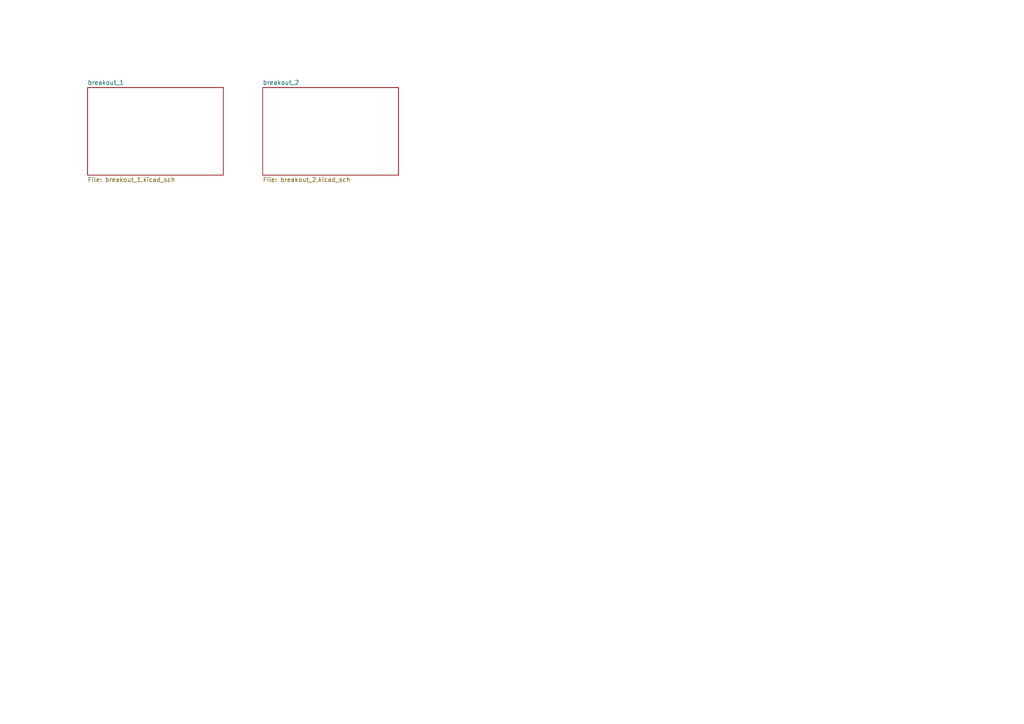
<source format=kicad_sch>
(kicad_sch
	(version 20231120)
	(generator "eeschema")
	(generator_version "8.0")
	(uuid "b9e20a7b-deda-43ec-9813-07aa59669251")
	(paper "A4")
	(lib_symbols)
	(sheet
		(at 25.4 25.4)
		(size 39.37 25.4)
		(fields_autoplaced yes)
		(stroke
			(width 0)
			(type solid)
		)
		(fill
			(color 0 0 0 0.0000)
		)
		(uuid "00000000-0000-0000-0000-0000616de782")
		(property "Sheetname" "breakout_1"
			(at 25.4 24.6884 0)
			(effects
				(font
					(size 1.27 1.27)
				)
				(justify left bottom)
			)
		)
		(property "Sheetfile" "breakout_1.kicad_sch"
			(at 25.4 51.3846 0)
			(effects
				(font
					(size 1.27 1.27)
				)
				(justify left top)
			)
		)
		(instances
			(project "breakout"
				(path "/b9e20a7b-deda-43ec-9813-07aa59669251"
					(page "2")
				)
			)
		)
	)
	(sheet
		(at 76.2 25.4)
		(size 39.37 25.4)
		(fields_autoplaced yes)
		(stroke
			(width 0)
			(type solid)
		)
		(fill
			(color 0 0 0 0.0000)
		)
		(uuid "00000000-0000-0000-0000-0000616deb52")
		(property "Sheetname" "breakout_2"
			(at 76.2 24.6884 0)
			(effects
				(font
					(size 1.27 1.27)
				)
				(justify left bottom)
			)
		)
		(property "Sheetfile" "breakout_2.kicad_sch"
			(at 76.2 51.3846 0)
			(effects
				(font
					(size 1.27 1.27)
				)
				(justify left top)
			)
		)
		(instances
			(project "breakout"
				(path "/b9e20a7b-deda-43ec-9813-07aa59669251"
					(page "3")
				)
			)
		)
	)
	(sheet_instances
		(path "/"
			(page "1")
		)
	)
)
</source>
